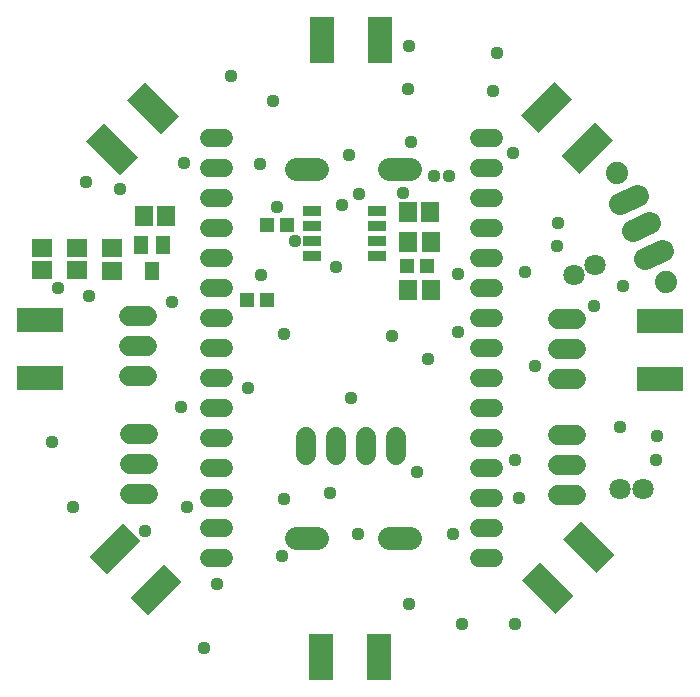
<source format=gbr>
G04 EAGLE Gerber RS-274X export*
G75*
%MOMM*%
%FSLAX34Y34*%
%LPD*%
%INSoldermask Top*%
%IPPOS*%
%AMOC8*
5,1,8,0,0,1.08239X$1,22.5*%
G01*
%ADD10C,1.727200*%
%ADD11R,2.133600X4.013200*%
%ADD12R,4.013200X2.133600*%
%ADD13C,1.511200*%
%ADD14C,1.981200*%
%ADD15C,1.803200*%
%ADD16R,1.503200X1.703200*%
%ADD17R,1.703200X1.503200*%
%ADD18R,1.503200X0.903200*%
%ADD19R,1.203200X1.303200*%
%ADD20R,1.303200X1.203200*%
%ADD21C,1.853200*%
%ADD22C,1.879600*%
%ADD23R,1.203200X1.603200*%
%ADD24C,1.117600*%


D10*
X-65989Y322686D02*
X-50749Y322686D01*
X-50749Y297286D02*
X-65989Y297286D01*
X-65989Y271886D02*
X-50749Y271886D01*
X296418Y269566D02*
X311658Y269566D01*
X311658Y294966D02*
X296418Y294966D01*
X296418Y320366D02*
X311658Y320366D01*
X83869Y220754D02*
X83869Y205514D01*
X109269Y205514D02*
X109269Y220754D01*
X134669Y220754D02*
X134669Y205514D01*
X160069Y205514D02*
X160069Y220754D01*
X-50673Y171953D02*
X-65913Y171953D01*
X-65913Y197353D02*
X-50673Y197353D01*
X-50673Y222753D02*
X-65913Y222753D01*
X296880Y171100D02*
X312120Y171100D01*
X312120Y196500D02*
X296880Y196500D01*
X296880Y221900D02*
X312120Y221900D01*
D11*
X96765Y556736D03*
X145787Y556736D03*
D12*
G36*
X265177Y493059D02*
X293554Y521436D01*
X308641Y506349D01*
X280264Y477972D01*
X265177Y493059D01*
G37*
G36*
X299841Y458396D02*
X328218Y486773D01*
X343305Y471686D01*
X314928Y443309D01*
X299841Y458396D01*
G37*
X382884Y318460D03*
X382884Y269438D03*
G36*
X316125Y148998D02*
X344502Y120621D01*
X329415Y105534D01*
X301038Y133911D01*
X316125Y148998D01*
G37*
G36*
X281462Y114334D02*
X309839Y85957D01*
X294752Y70870D01*
X266375Y99247D01*
X281462Y114334D01*
G37*
D11*
X145218Y34449D03*
X96196Y34449D03*
D12*
G36*
X-22083Y97779D02*
X-50460Y69402D01*
X-65547Y84489D01*
X-37170Y112866D01*
X-22083Y97779D01*
G37*
G36*
X-56747Y132443D02*
X-85124Y104066D01*
X-100211Y119153D01*
X-71834Y147530D01*
X-56747Y132443D01*
G37*
X-141441Y270707D03*
X-141441Y319729D03*
G36*
X-74035Y442334D02*
X-102412Y470711D01*
X-87325Y485798D01*
X-58948Y457421D01*
X-74035Y442334D01*
G37*
G36*
X-39371Y476998D02*
X-67748Y505375D01*
X-52661Y520462D01*
X-24284Y492085D01*
X-39371Y476998D01*
G37*
D13*
X966Y473201D02*
X14046Y473201D01*
X14046Y447801D02*
X966Y447801D01*
X966Y422401D02*
X14046Y422401D01*
X14046Y397001D02*
X966Y397001D01*
X966Y371601D02*
X14046Y371601D01*
X14046Y346201D02*
X966Y346201D01*
X966Y320801D02*
X14046Y320801D01*
X14046Y295401D02*
X966Y295401D01*
X966Y270001D02*
X14046Y270001D01*
X14046Y244601D02*
X966Y244601D01*
X966Y219201D02*
X14046Y219201D01*
X14046Y193801D02*
X966Y193801D01*
X966Y168401D02*
X14046Y168401D01*
X14046Y143001D02*
X966Y143001D01*
X966Y117601D02*
X14046Y117601D01*
X229566Y473201D02*
X242646Y473201D01*
X242646Y447801D02*
X229566Y447801D01*
X229566Y422401D02*
X242646Y422401D01*
X242646Y397001D02*
X229566Y397001D01*
X229566Y371601D02*
X242646Y371601D01*
X242646Y346201D02*
X229566Y346201D01*
X229566Y320801D02*
X242646Y320801D01*
X242646Y295401D02*
X229566Y295401D01*
X229566Y270001D02*
X242646Y270001D01*
X242646Y244601D02*
X229566Y244601D01*
X229566Y219201D02*
X242646Y219201D01*
X242646Y193801D02*
X229566Y193801D01*
X229566Y168401D02*
X242646Y168401D01*
X242646Y143001D02*
X229566Y143001D01*
X229566Y117601D02*
X242646Y117601D01*
D14*
X92683Y134953D02*
X74903Y134953D01*
X74903Y447063D02*
X92683Y447063D01*
X153645Y134953D02*
X171425Y134953D01*
X171425Y447063D02*
X153645Y447063D01*
D15*
X310329Y357684D03*
X328499Y366042D03*
D16*
X-34744Y407543D03*
X-53744Y407543D03*
D17*
X-80420Y361060D03*
X-80420Y380060D03*
X-110270Y380770D03*
X-110270Y361770D03*
X-140380Y380670D03*
X-140380Y361670D03*
D18*
X143900Y399050D03*
X143900Y411750D03*
X143900Y386350D03*
X143900Y373650D03*
X88900Y399050D03*
X88900Y411750D03*
X88900Y386350D03*
X88900Y373650D03*
D16*
X169914Y385728D03*
X188914Y385728D03*
X169700Y411300D03*
X188700Y411300D03*
D19*
X50470Y399520D03*
X67470Y399520D03*
D20*
X168910Y365500D03*
X185910Y365500D03*
X33600Y336800D03*
X50600Y336800D03*
D21*
X370247Y371368D02*
X385321Y378079D01*
X374989Y401283D02*
X359916Y394572D01*
X349585Y417776D02*
X364658Y424487D01*
D22*
X388115Y351519D03*
X346790Y444335D03*
D23*
X-46700Y360800D03*
X-56200Y382800D03*
X-37200Y382800D03*
D16*
X189000Y344760D03*
X170000Y344760D03*
D15*
X369100Y176600D03*
X349100Y176600D03*
D24*
X207800Y138300D03*
X127600Y138700D03*
X103800Y172700D03*
X177800Y191200D03*
X121700Y253200D03*
X186900Y286800D03*
X260800Y201000D03*
X379700Y201000D03*
X348900Y229100D03*
X277000Y280800D03*
X327100Y331000D03*
X352000Y348700D03*
X260000Y62300D03*
X215700Y61900D03*
X-2800Y41800D03*
X8300Y95700D03*
X-17400Y161500D03*
X64600Y167900D03*
X65200Y307800D03*
X-22300Y246000D03*
X-131500Y216000D03*
X-113700Y161300D03*
X-100100Y339600D03*
X-102800Y436700D03*
X155900Y306200D03*
X20100Y526200D03*
X241900Y513200D03*
X297200Y401800D03*
X259000Y460500D03*
X211800Y309400D03*
X45700Y357400D03*
X63000Y120000D03*
X263600Y168600D03*
X169500Y515300D03*
X165600Y427100D03*
X-30400Y334700D03*
X170500Y551800D03*
X-52700Y140700D03*
X74400Y386400D03*
X119600Y459300D03*
X58500Y415500D03*
X113600Y416500D03*
X245000Y545600D03*
X34200Y261700D03*
X380400Y221100D03*
X128600Y426100D03*
X44200Y451200D03*
X172300Y470000D03*
X-74070Y430470D03*
X-19700Y452700D03*
X-126600Y346600D03*
X108600Y364500D03*
X170600Y79100D03*
X192100Y441800D03*
X204300Y441800D03*
X55600Y504600D03*
X296100Y381800D03*
X212400Y358800D03*
X268900Y360100D03*
M02*

</source>
